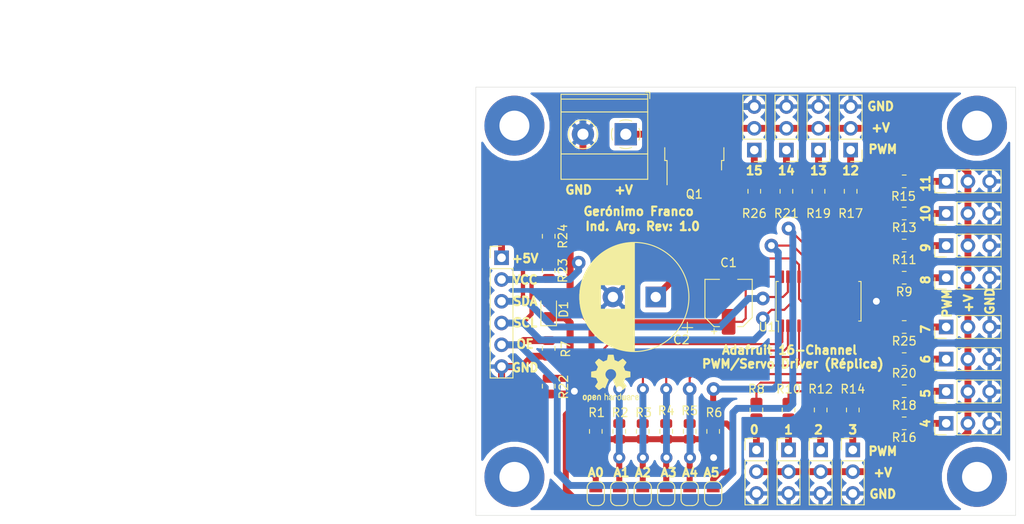
<source format=kicad_pcb>
(kicad_pcb (version 20171130) (host pcbnew "(5.1.8)-1")
  (title_block (title "Réplica de Controlador 16 Canales PWM/Servos con PCA9685") (date 2021-10-14) (rev 1.0) (company "Diseño de PCB - CESE - 14Cohorte") (comment 1 "Esta obra está bajo una Licencia Creative Commons Atribución 4.0 Internacional. 2021") (comment 2 "Revisor: Gerónimo Franco, Diego Brengi") (comment 3 "Autor: Gerónimo Franco Ezequiel"))
  (layers (0 F.Cu signal) (31 B.Cu signal) (34 B.Paste user hide) (35 F.Paste user hide) (36 B.SilkS user) (37 F.SilkS user) (38 B.Mask user) (39 F.Mask user) (44 Edge.Cuts user))
  (net 0 "")
  (net 1 VCC)
  (net 2 +5V)
  (net 3 "Net-(D1-Pad1)")
  (net 4 "Net-(J1-Pad1)")
  (net 5 "Net-(J2-Pad1)")
  (net 6 "Net-(J3-Pad1)")
  (net 7 "Net-(J4-Pad1)")
  (net 8 "Net-(J5-Pad1)")
  (net 9 "Net-(J6-Pad1)")
  (net 10 "Net-(J7-Pad1)")
  (net 11 "Net-(J8-Pad1)")
  (net 12 "Net-(J9-Pad1)")
  (net 13 "Net-(J10-Pad1)")
  (net 14 "Net-(J11-Pad1)")
  (net 15 "Net-(J12-Pad1)")
  (net 16 "Net-(J13-Pad1)")
  (net 17 "Net-(J14-Pad1)")
  (net 18 "Net-(J15-Pad1)")
  (net 19 "Net-(J16-Pad1)")
  (net 20 "Net-(J17-Pad1)")
  (net 21 /SDA)
  (net 22 /SCL)
  (net 23 /OE)
  (net 24 /A0)
  (net 25 /A1)
  (net 26 /A2)
  (net 27 /A3)
  (net 28 /A4)
  (net 29 /A5)
  (net 30 /PWM0)
  (net 31 /PWM8)
  (net 32 /PWM1)
  (net 33 /PWM9)
  (net 34 /PWM2)
  (net 35 /PWM10)
  (net 36 /PWM3)
  (net 37 /PWM11)
  (net 38 /PWM4)
  (net 39 /PWM12)
  (net 40 /PWM5)
  (net 41 /PWM13)
  (net 42 /PWM6)
  (net 43 /PWM14)
  (net 44 /PWM7)
  (net 45 /PWM15)
  (net 46 GND)
  (module Symbol:OSHW-Logo2_7.3x6mm_SilkScreen (layer F.Cu) (at 125.75 114)
    (fp_text reference REF** hide)
    (fp_text value OSHW-Logo2_7.3x6mm_SilkScreen hide)
  )
  (module Connector_PinHeader_2.54mm:PinHeader_1x03_P2.54mm_Vertical (layer F.Cu) (at 164.9 98.5 90)
    (fp_text reference J10 hide)
    (fp_text value Conn_01x03 hide)
    (pad 3 thru_hole oval (at 0 5.08 90) (size 1.7 1.7) (drill 1) (layers *.Cu *.Mask) (net 46 GND))
    (pad 2 thru_hole oval (at 0 2.54 90) (size 1.7 1.7) (drill 1) (layers *.Cu *.Mask) (net 2 +5V))
    (pad 1 thru_hole rect (at 0 0 90) (size 1.7 1.7) (drill 1) (layers *.Cu *.Mask) (net 13 "Net-(J10-Pad1)"))
  )
  (module MountingHole:MountingHole_3.5mm_Pad (layer F.Cu) (at 168.5 125.5)
    (fp_text reference H4 hide)
    (fp_text value MountingHole)
    (pad 4 thru_hole circle (at 0 0) (size 7 7) (drill 3.5) (layers *.Cu *.Mask))
  )
  (module MountingHole:MountingHole_3.5mm_Pad (layer F.Cu) (at 168.5 84.5)
    (fp_text reference H3 hide)
    (fp_text value MountingHole)
    (pad 2 thru_hole circle (at 0 0) (size 7 7) (drill 3.5) (layers *.Cu *.Mask))
  )
  (module MountingHole:MountingHole_3.5mm_Pad (layer F.Cu) (at 114.5 125.5)
    (fp_text reference H2 hide)
    (fp_text value MountingHole)
    (pad 3 thru_hole circle (at 0 0) (size 7 7) (drill 3.5) (layers *.Cu *.Mask))
  )
  (module MountingHole:MountingHole_3.5mm_Pad (layer F.Cu) (at 114.5 84.5)
    (fp_text reference H1 hide)
    (fp_text value MountingHole)
    (pad 1 thru_hole circle (at 0 0) (size 7 7) (drill 3.5) (layers *.Cu *.Mask))
  )
  (module Fiducial:Fiducial_1mm_Mask2mm (layer F.Cu) (at 163 126)
    (fp_text reference FID3 hide)
    (fp_text value Fiducial)
    (pad "" smd circle (at 0 0) (size 1 1) (layers F.Cu F.Mask) (clearance 0.5))
  )
  (module Fiducial:Fiducial_1mm_Mask2mm (layer F.Cu) (at 114.5 119.5)
    (fp_text reference FID2 hide)
    (fp_text value Fiducial)
    (pad "" smd circle (at 0 0) (size 1 1) (layers F.Cu F.Mask) (clearance 0.5))
  )
  (module Fiducial:Fiducial_1mm_Mask2mm (layer F.Cu) (at 114.5 91)
    (fp_text reference FID1 hide)
    (fp_text value Fiducial)
    (pad "" smd circle (at 0 0) (size 1 1) (layers F.Cu F.Mask) (clearance 0.5))
  )
  (module TerminalBlock_Phoenix:TerminalBlock_Phoenix_MKDS-1,5-2_1x02_P5.00mm_Horizontal (layer F.Cu) (at 127.5 85.5 180)
    (fp_text reference J17 hide)
    (fp_text value Screw_Terminal_01x02)
    (pad 2 thru_hole circle (at 5 0 180) (size 2.6 2.6) (drill 1.3) (layers *.Cu *.Mask) (net 46 GND))
    (pad 1 thru_hole rect (at 0 0 180) (size 2.6 2.6) (drill 1.3) (layers *.Cu *.Mask) (net 20 "Net-(J17-Pad1)"))
  )
  (module Capacitor_SMD:CP_Elec_5x5.4 (layer F.Cu) (at 139.5 105.2 90)
    (fp_text reference C1 (at 4.7 0 180) (layer F.SilkS))
    (fp_text value 10uF)
    (pad 1 smd roundrect (at -2.2 0 90) (size 3 1.6) (layers F.Cu F.Paste F.Mask) (roundrect_rratio 0.15625) (net 1 VCC))
    (pad 2 smd roundrect (at 2.2 0 90) (size 3 1.6) (layers F.Cu F.Paste F.Mask) (roundrect_rratio 0.15625) (net 46 GND))
  )
  (module Capacitor_THT:CP_Radial_D12.5mm_P5.00mm (layer F.Cu) (at 131 104.5 180)
    (fp_text reference C2 (at -3 -5) (layer F.SilkS))
    (fp_text value CP)
    (pad 1 thru_hole rect (at 0 0 180) (size 2.4 2.4) (drill 1.2) (layers *.Cu *.Mask) (net 2 +5V))
    (pad 2 thru_hole circle (at 5 0 180) (size 2.4 2.4) (drill 1.2) (layers *.Cu *.Mask) (net 46 GND))
  )
  (module LED_SMD:LED_0805_2012Metric_Castellated (layer F.Cu) (at 118.5 105.9625 90)
    (fp_text reference D1 (at 0 1.75 90) (layer F.SilkS))
    (fp_text value LED)
    (pad 1 smd roundrect (at -0.9625 0 90) (size 1.325 1.3) (layers F.Cu F.Paste F.Mask) (roundrect_rratio 0.192308) (net 3 "Net-(D1-Pad1)"))
    (pad 2 smd roundrect (at 0.9625 0 90) (size 1.325 1.3) (layers F.Cu F.Paste F.Mask) (roundrect_rratio 0.192) (net 1 VCC))
  )
  (module Connector_PinHeader_2.54mm:PinHeader_1x03_P2.54mm_Vertical (layer F.Cu) (at 142.75 122.35)
    (fp_text reference J1 hide)
    (fp_text value Conn_01x03 hide)
    (pad 1 thru_hole rect (at 0 0) (size 1.7 1.7) (drill 1) (layers *.Cu *.Mask) (net 4 "Net-(J1-Pad1)"))
    (pad 2 thru_hole oval (at 0 2.54) (size 1.7 1.7) (drill 1) (layers *.Cu *.Mask) (net 2 +5V))
    (pad 3 thru_hole oval (at 0 5.08) (size 1.7 1.7) (drill 1) (layers *.Cu *.Mask) (net 46 GND))
  )
  (module Connector_PinHeader_2.54mm:PinHeader_1x03_P2.54mm_Vertical (layer F.Cu) (at 146.5 122.35)
    (fp_text reference J2 hide)
    (fp_text value Conn_01x03 hide)
    (pad 1 thru_hole rect (at 0 0) (size 1.7 1.7) (drill 1) (layers *.Cu *.Mask) (net 5 "Net-(J2-Pad1)"))
    (pad 2 thru_hole oval (at 0 2.54) (size 1.7 1.7) (drill 1) (layers *.Cu *.Mask) (net 2 +5V))
    (pad 3 thru_hole oval (at 0 5.08) (size 1.7 1.7) (drill 1) (layers *.Cu *.Mask) (net 46 GND))
  )
  (module Connector_PinHeader_2.54mm:PinHeader_1x03_P2.54mm_Vertical (layer F.Cu) (at 150.25 122.35)
    (fp_text reference J3 hide)
    (fp_text value Conn_01x03 hide)
    (pad 1 thru_hole rect (at 0 0) (size 1.7 1.7) (drill 1) (layers *.Cu *.Mask) (net 6 "Net-(J3-Pad1)"))
    (pad 2 thru_hole oval (at 0 2.54) (size 1.7 1.7) (drill 1) (layers *.Cu *.Mask) (net 2 +5V))
    (pad 3 thru_hole oval (at 0 5.08) (size 1.7 1.7) (drill 1) (layers *.Cu *.Mask) (net 46 GND))
  )
  (module Connector_PinHeader_2.54mm:PinHeader_1x03_P2.54mm_Vertical (layer F.Cu) (at 154 122.35)
    (fp_text reference J4 hide)
    (fp_text value Conn_01x03 hide)
    (pad 1 thru_hole rect (at 0 0) (size 1.7 1.7) (drill 1) (layers *.Cu *.Mask) (net 7 "Net-(J4-Pad1)"))
    (pad 2 thru_hole oval (at 0 2.54) (size 1.7 1.7) (drill 1) (layers *.Cu *.Mask) (net 2 +5V))
    (pad 3 thru_hole oval (at 0 5.08) (size 1.7 1.7) (drill 1) (layers *.Cu *.Mask) (net 46 GND))
  )
  (module Connector_PinHeader_2.54mm:PinHeader_1x03_P2.54mm_Vertical (layer F.Cu) (at 164.9 119.25 90)
    (fp_text reference J5 hide)
    (fp_text value Conn_01x03 hide)
    (pad 1 thru_hole rect (at 0 0 90) (size 1.7 1.7) (drill 1) (layers *.Cu *.Mask) (net 8 "Net-(J5-Pad1)"))
    (pad 2 thru_hole oval (at 0 2.54 90) (size 1.7 1.7) (drill 1) (layers *.Cu *.Mask) (net 2 +5V))
    (pad 3 thru_hole oval (at 0 5.08 90) (size 1.7 1.7) (drill 1) (layers *.Cu *.Mask) (net 46 GND))
  )
  (module Connector_PinHeader_2.54mm:PinHeader_1x03_P2.54mm_Vertical (layer F.Cu) (at 164.9 115.533332 90)
    (fp_text reference J6 hide)
    (fp_text value Conn_01x03 hide)
    (pad 1 thru_hole rect (at 0 0 90) (size 1.7 1.7) (drill 1) (layers *.Cu *.Mask) (net 9 "Net-(J6-Pad1)"))
    (pad 2 thru_hole oval (at 0 2.54 90) (size 1.7 1.7) (drill 1) (layers *.Cu *.Mask) (net 2 +5V))
    (pad 3 thru_hole oval (at 0 5.08 90) (size 1.7 1.7) (drill 1) (layers *.Cu *.Mask) (net 46 GND))
  )
  (module Connector_PinHeader_2.54mm:PinHeader_1x03_P2.54mm_Vertical (layer F.Cu) (at 164.9 111.75 90)
    (fp_text reference J7 hide)
    (fp_text value Conn_01x03 hide)
    (pad 1 thru_hole rect (at 0 0 90) (size 1.7 1.7) (drill 1) (layers *.Cu *.Mask) (net 10 "Net-(J7-Pad1)"))
    (pad 2 thru_hole oval (at 0 2.54 90) (size 1.7 1.7) (drill 1) (layers *.Cu *.Mask) (net 2 +5V))
    (pad 3 thru_hole oval (at 0 5.08 90) (size 1.7 1.7) (drill 1) (layers *.Cu *.Mask) (net 46 GND))
  )
  (module Connector_PinHeader_2.54mm:PinHeader_1x03_P2.54mm_Vertical (layer F.Cu) (at 164.9 108 90)
    (fp_text reference J8 hide)
    (fp_text value Conn_01x03 hide)
    (pad 3 thru_hole oval (at 0 5.08 90) (size 1.7 1.7) (drill 1) (layers *.Cu *.Mask) (net 46 GND))
    (pad 2 thru_hole oval (at 0 2.54 90) (size 1.7 1.7) (drill 1) (layers *.Cu *.Mask) (net 2 +5V))
    (pad 1 thru_hole rect (at 0 0 90) (size 1.7 1.7) (drill 1) (layers *.Cu *.Mask) (net 11 "Net-(J8-Pad1)"))
  )
  (module Connector_PinHeader_2.54mm:PinHeader_1x03_P2.54mm_Vertical (layer F.Cu) (at 164.9 102.25 90)
    (fp_text reference J9 hide)
    (fp_text value Conn_01x03 hide)
    (pad 3 thru_hole oval (at 0 5.08 90) (size 1.7 1.7) (drill 1) (layers *.Cu *.Mask) (net 46 GND))
    (pad 2 thru_hole oval (at 0 2.54 90) (size 1.7 1.7) (drill 1) (layers *.Cu *.Mask) (net 2 +5V))
    (pad 1 thru_hole rect (at 0 0 90) (size 1.7 1.7) (drill 1) (layers *.Cu *.Mask) (net 12 "Net-(J9-Pad1)"))
  )
  (module Connector_PinHeader_2.54mm:PinHeader_1x03_P2.54mm_Vertical (layer F.Cu) (at 164.9 94.75 90)
    (fp_text reference J11 hide)
    (fp_text value Conn_01x03 hide)
    (pad 3 thru_hole oval (at 0 5.08 90) (size 1.7 1.7) (drill 1) (layers *.Cu *.Mask) (net 46 GND))
    (pad 2 thru_hole oval (at 0 2.54 90) (size 1.7 1.7) (drill 1) (layers *.Cu *.Mask) (net 2 +5V))
    (pad 1 thru_hole rect (at 0 0 90) (size 1.7 1.7) (drill 1) (layers *.Cu *.Mask) (net 14 "Net-(J11-Pad1)"))
  )
  (module Connector_PinHeader_2.54mm:PinHeader_1x03_P2.54mm_Vertical (layer F.Cu) (at 164.9 91 90)
    (fp_text reference J12 hide)
    (fp_text value Conn_01x03 hide)
    (pad 3 thru_hole oval (at 0 5.08 90) (size 1.7 1.7) (drill 1) (layers *.Cu *.Mask) (net 46 GND))
    (pad 2 thru_hole oval (at 0 2.54 90) (size 1.7 1.7) (drill 1) (layers *.Cu *.Mask) (net 2 +5V))
    (pad 1 thru_hole rect (at 0 0 90) (size 1.7 1.7) (drill 1) (layers *.Cu *.Mask) (net 15 "Net-(J12-Pad1)"))
  )
  (module Connector_PinHeader_2.54mm:PinHeader_1x03_P2.54mm_Vertical (layer F.Cu) (at 153.75 87.35 180)
    (fp_text reference J13 hide)
    (fp_text value Conn_01x03 hide)
    (pad 3 thru_hole oval (at 0 5.08 180) (size 1.7 1.7) (drill 1) (layers *.Cu *.Mask) (net 46 GND))
    (pad 2 thru_hole oval (at 0 2.54 180) (size 1.7 1.7) (drill 1) (layers *.Cu *.Mask) (net 2 +5V))
    (pad 1 thru_hole rect (at 0 0 180) (size 1.7 1.7) (drill 1) (layers *.Cu *.Mask) (net 16 "Net-(J13-Pad1)"))
  )
  (module Connector_PinHeader_2.54mm:PinHeader_1x03_P2.54mm_Vertical (layer F.Cu) (at 150 87.35 180)
    (fp_text reference J14 hide)
    (fp_text value Conn_01x03 hide)
    (pad 3 thru_hole oval (at 0 5.08 180) (size 1.7 1.7) (drill 1) (layers *.Cu *.Mask) (net 46 GND))
    (pad 2 thru_hole oval (at 0 2.54 180) (size 1.7 1.7) (drill 1) (layers *.Cu *.Mask) (net 2 +5V))
    (pad 1 thru_hole rect (at 0 0 180) (size 1.7 1.7) (drill 1) (layers *.Cu *.Mask) (net 17 "Net-(J14-Pad1)"))
  )
  (module Connector_PinHeader_2.54mm:PinHeader_1x03_P2.54mm_Vertical (layer F.Cu) (at 146.25 87.35 180)
    (fp_text reference J15 hide)
    (fp_text value Conn_01x03 hide)
    (pad 1 thru_hole rect (at 0 0 180) (size 1.7 1.7) (drill 1) (layers *.Cu *.Mask) (net 18 "Net-(J15-Pad1)"))
    (pad 2 thru_hole oval (at 0 2.54 180) (size 1.7 1.7) (drill 1) (layers *.Cu *.Mask) (net 2 +5V))
    (pad 3 thru_hole oval (at 0 5.08 180) (size 1.7 1.7) (drill 1) (layers *.Cu *.Mask) (net 46 GND))
  )
  (module Connector_PinHeader_2.54mm:PinHeader_1x03_P2.54mm_Vertical (layer F.Cu) (at 142.5 87.35 180)
    (fp_text reference J16 hide)
    (fp_text value Conn_01x03 hide)
    (pad 3 thru_hole oval (at 0 5.08 180) (size 1.7 1.7) (drill 1) (layers *.Cu *.Mask) (net 46 GND))
    (pad 2 thru_hole oval (at 0 2.54 180) (size 1.7 1.7) (drill 1) (layers *.Cu *.Mask) (net 2 +5V))
    (pad 1 thru_hole rect (at 0 0 180) (size 1.7 1.7) (drill 1) (layers *.Cu *.Mask) (net 19 "Net-(J16-Pad1)"))
  )
  (module Connector_PinHeader_2.54mm:PinHeader_1x06_P2.54mm_Vertical (layer F.Cu) (at 113 99.92)
    (fp_text reference J18 hide)
    (fp_text value Conn_01x06 hide)
    (pad 1 thru_hole rect (at 0 0) (size 1.7 1.7) (drill 1) (layers *.Cu *.Mask) (net 2 +5V))
    (pad 2 thru_hole oval (at 0 2.54) (size 1.7 1.7) (drill 1) (layers *.Cu *.Mask) (net 1 VCC))
    (pad 3 thru_hole oval (at 0 5.08) (size 1.7 1.7) (drill 1) (layers *.Cu *.Mask) (net 21 /SDA))
    (pad 4 thru_hole oval (at 0 7.62) (size 1.7 1.7) (drill 1) (layers *.Cu *.Mask) (net 22 /SCL))
    (pad 5 thru_hole oval (at 0 10.16) (size 1.7 1.7) (drill 1) (layers *.Cu *.Mask) (net 23 /OE))
    (pad 6 thru_hole oval (at 0 12.7) (size 1.7 1.7) (drill 1) (layers *.Cu *.Mask) (net 46 GND))
  )
  (module Jumper:SolderJumper-2_P1.3mm_Open_RoundedPad1.0x1.5mm (layer F.Cu) (at 124 127.45 90)
    (fp_text reference JP1 hide)
    (fp_text value Jumper hide)
    (pad 2 smd custom (at 0.65 0 90) (size 1 0.5) (layers F.Cu F.Mask) (net 24 /A0) (options (clearance outline) (anchor rect)) (primitives (gr_circle (center 0 0.25) (end 0.5 0.25) (width 0)) (gr_circle (center 0 -0.25) (end 0.5 -0.25) (width 0)) (gr_poly (pts (xy 0 -0.75) (xy -0.5 -0.75) (xy -0.5 0.75) (xy 0 0.75)) (width 0))))
    (pad 1 smd custom (at -0.65 0 90) (size 1 0.5) (layers F.Cu F.Mask) (net 1 VCC) (options (clearance outline) (anchor rect)) (primitives (gr_circle (center 0 0.25) (end 0.5 0.25) (width 0)) (gr_circle (center 0 -0.25) (end 0.5 -0.25) (width 0)) (gr_poly (pts (xy 0 -0.75) (xy 0.5 -0.75) (xy 0.5 0.75) (xy 0 0.75)) (width 0))))
  )
  (module Jumper:SolderJumper-2_P1.3mm_Open_RoundedPad1.0x1.5mm (layer F.Cu) (at 126.74 127.45 90)
    (fp_text reference JP2 hide)
    (fp_text value Jumper hide)
    (pad 1 smd custom (at -0.65 0 90) (size 1 0.5) (layers F.Cu F.Mask) (net 1 VCC) (options (clearance outline) (anchor rect)) (primitives (gr_circle (center 0 0.25) (end 0.5 0.25) (width 0)) (gr_circle (center 0 -0.25) (end 0.5 -0.25) (width 0)) (gr_poly (pts (xy 0 -0.75) (xy 0.5 -0.75) (xy 0.5 0.75) (xy 0 0.75)) (width 0))))
    (pad 2 smd custom (at 0.65 0 90) (size 1 0.5) (layers F.Cu F.Mask) (net 25 /A1) (options (clearance outline) (anchor rect)) (primitives (gr_circle (center 0 0.25) (end 0.5 0.25) (width 0)) (gr_circle (center 0 -0.25) (end 0.5 -0.25) (width 0)) (gr_poly (pts (xy 0 -0.75) (xy -0.5 -0.75) (xy -0.5 0.75) (xy 0 0.75)) (width 0))))
  )
  (module Jumper:SolderJumper-2_P1.3mm_Open_RoundedPad1.0x1.5mm (layer F.Cu) (at 129.48 127.45 90)
    (fp_text reference JP3 hide)
    (fp_text value Jumper hide)
    (pad 2 smd custom (at 0.65 0 90) (size 1 0.5) (layers F.Cu F.Mask) (net 26 /A2) (options (clearance outline) (anchor rect)) (primitives (gr_circle (center 0 0.25) (end 0.5 0.25) (width 0)) (gr_circle (center 0 -0.25) (end 0.5 -0.25) (width 0)) (gr_poly (pts (xy 0 -0.75) (xy -0.5 -0.75) (xy -0.5 0.75) (xy 0 0.75)) (width 0))))
    (pad 1 smd custom (at -0.65 0 90) (size 1 0.5) (layers F.Cu F.Mask) (net 1 VCC) (options (clearance outline) (anchor rect)) (primitives (gr_circle (center 0 0.25) (end 0.5 0.25) (width 0)) (gr_circle (center 0 -0.25) (end 0.5 -0.25) (width 0)) (gr_poly (pts (xy 0 -0.75) (xy 0.5 -0.75) (xy 0.5 0.75) (xy 0 0.75)) (width 0))))
  )
  (module Jumper:SolderJumper-2_P1.3mm_Open_RoundedPad1.0x1.5mm (layer F.Cu) (at 132.22 127.45 90)
    (fp_text reference JP4 hide)
    (fp_text value Jumper hide)
    (pad 1 smd custom (at -0.65 0 90) (size 1 0.5) (layers F.Cu F.Mask) (net 1 VCC) (options (clearance outline) (anchor rect)) (primitives (gr_circle (center 0 0.25) (end 0.5 0.25) (width 0)) (gr_circle (center 0 -0.25) (end 0.5 -0.25) (width 0)) (gr_poly (pts (xy 0 -0.75) (xy 0.5 -0.75) (xy 0.5 0.75) (xy 0 0.75)) (width 0))))
    (pad 2 smd custom (at 0.65 0 90) (size 1 0.5) (layers F.Cu F.Mask) (net 27 /A3) (options (clearance outline) (anchor rect)) (primitives (gr_circle (center 0 0.25) (end 0.5 0.25) (width 0)) (gr_circle (center 0 -0.25) (end 0.5 -0.25) (width 0)) (gr_poly (pts (xy 0 -0.75) (xy -0.5 -0.75) (xy -0.5 0.75) (xy 0 0.75)) (width 0))))
  )
  (module Jumper:SolderJumper-2_P1.3mm_Open_RoundedPad1.0x1.5mm (layer F.Cu) (at 134.96 127.45 90)
    (fp_text reference JP5 hide)
    (fp_text value Jumper hide)
    (pad 1 smd custom (at -0.65 0 90) (size 1 0.5) (layers F.Cu F.Mask) (net 1 VCC) (options (clearance outline) (anchor rect)) (primitives (gr_circle (center 0 0.25) (end 0.5 0.25) (width 0)) (gr_circle (center 0 -0.25) (end 0.5 -0.25) (width 0)) (gr_poly (pts (xy 0 -0.75) (xy 0.5 -0.75) (xy 0.5 0.75) (xy 0 0.75)) (width 0))))
    (pad 2 smd custom (at 0.65 0 90) (size 1 0.5) (layers F.Cu F.Mask) (net 28 /A4) (options (clearance outline) (anchor rect)) (primitives (gr_circle (center 0 0.25) (end 0.5 0.25) (width 0)) (gr_circle (center 0 -0.25) (end 0.5 -0.25) (width 0)) (gr_poly (pts (xy 0 -0.75) (xy -0.5 -0.75) (xy -0.5 0.75) (xy 0 0.75)) (width 0))))
  )
  (module Jumper:SolderJumper-2_P1.3mm_Open_RoundedPad1.0x1.5mm (layer F.Cu) (at 137.7 127.45 90)
    (fp_text reference JP6 hide)
    (fp_text value Jumper hide)
    (pad 2 smd custom (at 0.65 0 90) (size 1 0.5) (layers F.Cu F.Mask) (net 29 /A5) (options (clearance outline) (anchor rect)) (primitives (gr_circle (center 0 0.25) (end 0.5 0.25) (width 0)) (gr_circle (center 0 -0.25) (end 0.5 -0.25) (width 0)) (gr_poly (pts (xy 0 -0.75) (xy -0.5 -0.75) (xy -0.5 0.75) (xy 0 0.75)) (width 0))))
    (pad 1 smd custom (at -0.65 0 90) (size 1 0.5) (layers F.Cu F.Mask) (net 1 VCC) (options (clearance outline) (anchor rect)) (primitives (gr_circle (center 0 0.25) (end 0.5 0.25) (width 0)) (gr_circle (center 0 -0.25) (end 0.5 -0.25) (width 0)) (gr_poly (pts (xy 0 -0.75) (xy 0.5 -0.75) (xy 0.5 0.75) (xy 0 0.75)) (width 0))))
  )
  (module Package_TO_SOT_SMD:TO-252-2 (layer F.Cu) (at 135.5 86.1 90)
    (fp_text reference Q1 (at -6.4 0 180) (layer F.SilkS))
    (fp_text value SUD50P08-25L)
    (pad 1 smd rect (at -4.2 -2.28 90) (size 2.2 1.2) (layers F.Cu F.Paste F.Mask) (net 46 GND))
    (pad 3 smd rect (at -4.2 2.28 90) (size 2.2 1.2) (layers F.Cu F.Paste F.Mask) (net 2 +5V))
    (pad 2 smd rect (at 2.1 0 90) (size 6.4 5.8) (layers F.Cu F.Mask) (net 20 "Net-(J17-Pad1)"))
  )
  (module Resistor_SMD:R_0805_2012Metric (layer F.Cu) (at 124 120.1875 270)
    (fp_text reference R1 (at -2.1875 -0.1 180) (layer F.SilkS))
    (fp_text value 10K hide)
    (pad 1 smd roundrect (at -0.9125 0 270) (size 1.025 1.4) (layers F.Cu F.Paste F.Mask) (roundrect_rratio 0.243902) (net 24 /A0))
    (pad 2 smd roundrect (at 0.9125 0 270) (size 1.025 1.4) (layers F.Cu F.Paste F.Mask) (roundrect_rratio 0.243902) (net 46 GND))
  )
  (module Resistor_SMD:R_0805_2012Metric (layer F.Cu) (at 126.74 120.1875 270)
    (fp_text reference R2 (at -2.1875 -0.1 180) (layer F.SilkS))
    (fp_text value 10K hide)
    (pad 1 smd roundrect (at -0.9125 0 270) (size 1.025 1.4) (layers F.Cu F.Paste F.Mask) (roundrect_rratio 0.243902) (net 25 /A1))
    (pad 2 smd roundrect (at 0.9125 0 270) (size 1.025 1.4) (layers F.Cu F.Paste F.Mask) (roundrect_rratio 0.243902) (net 46 GND))
  )
  (module Resistor_SMD:R_0805_2012Metric (layer F.Cu) (at 129.48 120.1875 270)
    (fp_text reference R3 (at -2.1875 -0.1 180) (layer F.SilkS))
    (fp_text value 10K hide)
    (pad 2 smd roundrect (at 0.9125 0 270) (size 1.025 1.4) (layers F.Cu F.Paste F.Mask) (roundrect_rratio 0.243902) (net 46 GND))
    (pad 1 smd roundrect (at -0.9125 0 270) (size 1.025 1.4) (layers F.Cu F.Paste F.Mask) (roundrect_rratio 0.243902) (net 26 /A2))
  )
  (module Resistor_SMD:R_0805_2012Metric (layer F.Cu) (at 132.22 120.1875 270)
    (fp_text reference R4 (at -2.4125 0) (layer F.SilkS))
    (fp_text value 10K hide)
    (pad 1 smd roundrect (at -0.9125 0 270) (size 1.025 1.4) (layers F.Cu F.Paste F.Mask) (roundrect_rratio 0.243902) (net 27 /A3))
    (pad 2 smd roundrect (at 0.9125 0 270) (size 1.025 1.4) (layers F.Cu F.Paste F.Mask) (roundrect_rratio 0.243902) (net 46 GND))
  )
  (module Resistor_SMD:R_0805_2012Metric (layer F.Cu) (at 134.96 120.1875 270)
    (fp_text reference R5 (at -2.4125 0 180) (layer F.SilkS))
    (fp_text value 10K hide)
    (pad 2 smd roundrect (at 0.9125 0 270) (size 1.025 1.4) (layers F.Cu F.Paste F.Mask) (roundrect_rratio 0.243902) (net 46 GND))
    (pad 1 smd roundrect (at -0.9125 0 270) (size 1.025 1.4) (layers F.Cu F.Paste F.Mask) (roundrect_rratio 0.243902) (net 28 /A4))
  )
  (module Resistor_SMD:R_0805_2012Metric (layer F.Cu) (at 137.7 120.1875 270)
    (fp_text reference R6 (at -2.1875 -0.1) (layer F.SilkS))
    (fp_text value 10K hide)
    (pad 1 smd roundrect (at -0.9125 0 270) (size 1.025 1.4) (layers F.Cu F.Paste F.Mask) (roundrect_rratio 0.243902) (net 29 /A5))
    (pad 2 smd roundrect (at 0.9125 0 270) (size 1.025 1.4) (layers F.Cu F.Paste F.Mask) (roundrect_rratio 0.243902) (net 46 GND))
  )
  (module Resistor_SMD:R_0805_2012Metric (layer F.Cu) (at 118.5 110.5 270)
    (fp_text reference R7 (at 0.0875 -2 270) (layer F.SilkS))
    (fp_text value 10K)
    (pad 2 smd roundrect (at 0.9125 0 270) (size 1.025 1.4) (layers F.Cu F.Paste F.Mask) (roundrect_rratio 0.243902) (net 46 GND))
    (pad 1 smd roundrect (at -0.9125 0 270) (size 1.025 1.4) (layers F.Cu F.Paste F.Mask) (roundrect_rratio 0.243902) (net 23 /OE))
  )
  (module Resistor_SMD:R_0805_2012Metric (layer F.Cu) (at 142.75 117.6875 90)
    (fp_text reference R8 (at 2.4375 0 180) (layer F.SilkS))
    (fp_text value 220 hide)
    (pad 2 smd roundrect (at 0.9125 0 90) (size 1.025 1.4) (layers F.Cu F.Paste F.Mask) (roundrect_rratio 0.243902) (net 30 /PWM0))
    (pad 1 smd roundrect (at -0.9125 0 90) (size 1.025 1.4) (layers F.Cu F.Paste F.Mask) (roundrect_rratio 0.243902) (net 4 "Net-(J1-Pad1)"))
  )
  (module Resistor_SMD:R_0805_2012Metric (layer F.Cu) (at 160 102.25 180)
    (fp_text reference R9 (at 0 -1.65) (layer F.SilkS))
    (fp_text value 220)
    (pad 1 smd roundrect (at -0.9125 0 180) (size 1.025 1.4) (layers F.Cu F.Paste F.Mask) (roundrect_rratio 0.243902) (net 12 "Net-(J9-Pad1)"))
    (pad 2 smd roundrect (at 0.9125 0 180) (size 1.025 1.4) (layers F.Cu F.Paste F.Mask) (roundrect_rratio 0.243902) (net 31 /PWM8))
  )
  (module Resistor_SMD:R_0805_2012Metric (layer F.Cu) (at 146.5 117.6875 90)
    (fp_text reference R10 (at 2.4375 0 180) (layer F.SilkS))
    (fp_text value 220 hide)
    (pad 2 smd roundrect (at 0.9125 0 90) (size 1.025 1.4) (layers F.Cu F.Paste F.Mask) (roundrect_rratio 0.243902) (net 32 /PWM1))
    (pad 1 smd roundrect (at -0.9125 0 90) (size 1.025 1.4) (layers F.Cu F.Paste F.Mask) (roundrect_rratio 0.243902) (net 5 "Net-(J2-Pad1)"))
  )
  (module Resistor_SMD:R_0805_2012Metric (layer F.Cu) (at 160 98.5 180)
    (fp_text reference R11 (at 0 -1.65) (layer F.SilkS))
    (fp_text value 220)
    (pad 1 smd roundrect (at -0.9125 0 180) (size 1.025 1.4) (layers F.Cu F.Paste F.Mask) (roundrect_rratio 0.243902) (net 13 "Net-(J10-Pad1)"))
    (pad 2 smd roundrect (at 0.9125 0 180) (size 1.025 1.4) (layers F.Cu F.Paste F.Mask) (roundrect_rratio 0.243902) (net 33 /PWM9))
  )
  (module Resistor_SMD:R_0805_2012Metric (layer F.Cu) (at 150.25 117.6875 90)
    (fp_text reference R12 (at 2.4375 0 180) (layer F.SilkS))
    (fp_text value 220)
    (pad 2 smd roundrect (at 0.9125 0 90) (size 1.025 1.4) (layers F.Cu F.Paste F.Mask) (roundrect_rratio 0.243902) (net 34 /PWM2))
    (pad 1 smd roundrect (at -0.9125 0 90) (size 1.025 1.4) (layers F.Cu F.Paste F.Mask) (roundrect_rratio 0.243902) (net 6 "Net-(J3-Pad1)"))
  )
  (module Resistor_SMD:R_0805_2012Metric (layer F.Cu) (at 160 94.75 180)
    (fp_text reference R13 (at 0 -1.65) (layer F.SilkS))
    (fp_text value 220)
    (pad 1 smd roundrect (at -0.9125 0 180) (size 1.025 1.4) (layers F.Cu F.Paste F.Mask) (roundrect_rratio 0.243902) (net 14 "Net-(J11-Pad1)"))
    (pad 2 smd roundrect (at 0.9125 0 180) (size 1.025 1.4) (layers F.Cu F.Paste F.Mask) (roundrect_rratio 0.243902) (net 35 /PWM10))
  )
  (module Resistor_SMD:R_0805_2012Metric (layer F.Cu) (at 154 117.6875 90)
    (fp_text reference R14 (at 2.4375 0 180) (layer F.SilkS))
    (fp_text value 220)
    (pad 2 smd roundrect (at 0.9125 0 90) (size 1.025 1.4) (layers F.Cu F.Paste F.Mask) (roundrect_rratio 0.243902) (net 36 /PWM3))
    (pad 1 smd roundrect (at -0.9125 0 90) (size 1.025 1.4) (layers F.Cu F.Paste F.Mask) (roundrect_rratio 0.243902) (net 7 "Net-(J4-Pad1)"))
  )
  (module Resistor_SMD:R_0805_2012Metric (layer F.Cu) (at 160 91 180)
    (fp_text reference R15 (at 0.0875 -1.75) (layer F.SilkS))
    (fp_text value 220)
    (pad 1 smd roundrect (at -0.9125 0 180) (size 1.025 1.4) (layers F.Cu F.Paste F.Mask) (roundrect_rratio 0.243902) (net 15 "Net-(J12-Pad1)"))
    (pad 2 smd roundrect (at 0.9125 0 180) (size 1.025 1.4) (layers F.Cu F.Paste F.Mask) (roundrect_rratio 0.243902) (net 37 /PWM11))
  )
  (module Resistor_SMD:R_0805_2012Metric (layer F.Cu) (at 160 119.25 180)
    (fp_text reference R16 (at 0 -1.65) (layer F.SilkS))
    (fp_text value 220)
    (pad 2 smd roundrect (at 0.9125 0 180) (size 1.025 1.4) (layers F.Cu F.Paste F.Mask) (roundrect_rratio 0.243902) (net 38 /PWM4))
    (pad 1 smd roundrect (at -0.9125 0 180) (size 1.025 1.4) (layers F.Cu F.Paste F.Mask) (roundrect_rratio 0.243902) (net 8 "Net-(J5-Pad1)"))
  )
  (module Resistor_SMD:R_0805_2012Metric (layer F.Cu) (at 153.75 92.1625 270)
    (fp_text reference R17 (at 2.5875 0 180) (layer F.SilkS))
    (fp_text value 220)
    (pad 1 smd roundrect (at -0.9125 0 270) (size 1.025 1.4) (layers F.Cu F.Paste F.Mask) (roundrect_rratio 0.243902) (net 16 "Net-(J13-Pad1)"))
    (pad 2 smd roundrect (at 0.9125 0 270) (size 1.025 1.4) (layers F.Cu F.Paste F.Mask) (roundrect_rratio 0.243902) (net 39 /PWM12))
  )
  (module Resistor_SMD:R_0805_2012Metric (layer F.Cu) (at 160 115.5 180)
    (fp_text reference R18 (at 0 -1.65) (layer F.SilkS))
    (fp_text value 220)
    (pad 2 smd roundrect (at 0.9125 0 180) (size 1.025 1.4) (layers F.Cu F.Paste F.Mask) (roundrect_rratio 0.243902) (net 40 /PWM5))
    (pad 1 smd roundrect (at -0.9125 0 180) (size 1.025 1.4) (layers F.Cu F.Paste F.Mask) (roundrect_rratio 0.243902) (net 9 "Net-(J6-Pad1)"))
  )
  (module Resistor_SMD:R_0805_2012Metric (layer F.Cu) (at 150 92.1625 270)
    (fp_text reference R19 (at 2.5875 0 180) (layer F.SilkS))
    (fp_text value 220)
    (pad 1 smd roundrect (at -0.9125 0 270) (size 1.025 1.4) (layers F.Cu F.Paste F.Mask) (roundrect_rratio 0.243902) (net 17 "Net-(J14-Pad1)"))
    (pad 2 smd roundrect (at 0.9125 0 270) (size 1.025 1.4) (layers F.Cu F.Paste F.Mask) (roundrect_rratio 0.243902) (net 41 /PWM13))
  )
  (module Resistor_SMD:R_0805_2012Metric (layer F.Cu) (at 160 111.75 180)
    (fp_text reference R20 (at 0 -1.65) (layer F.SilkS))
    (fp_text value 220)
    (pad 2 smd roundrect (at 0.9125 0 180) (size 1.025 1.4) (layers F.Cu F.Paste F.Mask) (roundrect_rratio 0.243902) (net 42 /PWM6))
    (pad 1 smd roundrect (at -0.9125 0 180) (size 1.025 1.4) (layers F.Cu F.Paste F.Mask) (roundrect_rratio 0.243902) (net 10 "Net-(J7-Pad1)"))
  )
  (module Resistor_SMD:R_0805_2012Metric (layer F.Cu) (at 146.25 92.1625 270)
    (fp_text reference R21 (at 2.5875 0 180) (layer F.SilkS))
    (fp_text value 220)
    (pad 1 smd roundrect (at -0.9125 0 270) (size 1.025 1.4) (layers F.Cu F.Paste F.Mask) (roundrect_rratio 0.243902) (net 18 "Net-(J15-Pad1)"))
    (pad 2 smd roundrect (at 0.9125 0 270) (size 1.025 1.4) (layers F.Cu F.Paste F.Mask) (roundrect_rratio 0.243902) (net 43 /PWM14))
  )
  (module Resistor_SMD:R_0805_2012Metric (layer F.Cu) (at 118.5 114.9125 90)
    (fp_text reference R22 (at -0.0875 1.75 90) (layer F.SilkS))
    (fp_text value 470)
    (pad 2 smd roundrect (at 0.9125 0 90) (size 1.025 1.4) (layers F.Cu F.Paste F.Mask) (roundrect_rratio 0.243902) (net 3 "Net-(D1-Pad1)"))
    (pad 1 smd roundrect (at -0.9125 0 90) (size 1.025 1.4) (layers F.Cu F.Paste F.Mask) (roundrect_rratio 0.243902) (net 46 GND))
  )
  (module Resistor_SMD:R_0805_2012Metric (layer F.Cu) (at 118.5 101.4125 270)
    (fp_text reference R23 (at 0 -1.65 90) (layer F.SilkS))
    (fp_text value 10K)
    (pad 1 smd roundrect (at -0.9125 0 270) (size 1.025 1.4) (layers F.Cu F.Paste F.Mask) (roundrect_rratio 0.243902) (net 1 VCC))
    (pad 2 smd roundrect (at 0.9125 0 270) (size 1.025 1.4) (layers F.Cu F.Paste F.Mask) (roundrect_rratio 0.243902) (net 22 /SCL))
  )
  (module Resistor_SMD:R_0805_2012Metric (layer F.Cu) (at 118.5 97.4125 270)
    (fp_text reference R24 (at 0 -1.65 90) (layer F.SilkS))
    (fp_text value 10K)
    (pad 2 smd roundrect (at 0.9125 0 270) (size 1.025 1.4) (layers F.Cu F.Paste F.Mask) (roundrect_rratio 0.243902) (net 21 /SDA))
    (pad 1 smd roundrect (at -0.9125 0 270) (size 1.025 1.4) (layers F.Cu F.Paste F.Mask) (roundrect_rratio 0.243902) (net 1 VCC))
  )
  (module Resistor_SMD:R_0805_2012Metric (layer F.Cu) (at 160 108 180)
    (fp_text reference R25 (at 0 -1.65) (layer F.SilkS))
    (fp_text value 220)
    (pad 2 smd roundrect (at 0.9125 0 180) (size 1.025 1.4) (layers F.Cu F.Paste F.Mask) (roundrect_rratio 0.243902) (net 44 /PWM7))
    (pad 1 smd roundrect (at -0.9125 0 180) (size 1.025 1.4) (layers F.Cu F.Paste F.Mask) (roundrect_rratio 0.243902) (net 11 "Net-(J8-Pad1)"))
  )
  (module Resistor_SMD:R_0805_2012Metric (layer F.Cu) (at 142.5 92.1625 270)
    (fp_text reference R26 (at 2.5875 0 180) (layer F.SilkS))
    (fp_text value 220)
    (pad 1 smd roundrect (at -0.9125 0 270) (size 1.025 1.4) (layers F.Cu F.Paste F.Mask) (roundrect_rratio 0.243902) (net 19 "Net-(J16-Pad1)"))
    (pad 2 smd roundrect (at 0.9125 0 270) (size 1.025 1.4) (layers F.Cu F.Paste F.Mask) (roundrect_rratio 0.243902) (net 45 /PWM15))
  )
  (module Package_SO:TSSOP-28_4.4x9.7mm_P0.65mm (layer F.Cu) (at 150 105 90)
    (fp_text reference U1 (at -3 -6 180) (layer F.SilkS))
    (fp_text value PCA9685PW hide)
    (pad 1 smd roundrect (at -2.8625 -4.225 90) (size 1.475 0.4) (layers F.Cu F.Paste F.Mask) (net 24 /A0))
    (pad 2 smd roundrect (at -2.8625 -3.575 90) (size 1.475 0.4) (layers F.Cu F.Paste F.Mask) (net 25 /A1))
    (pad 3 smd roundrect (at -2.8625 -2.925 90) (size 1.475 0.4) (layers F.Cu F.Paste F.Mask) (net 26 /A2))
    (pad 4 smd roundrect (at -2.8625 -2.275 90) (size 1.475 0.4) (layers F.Cu F.Paste F.Mask) (net 27 /A3))
    (pad 5 smd roundrect (at -2.8625 -1.625 90) (size 1.475 0.4) (layers F.Cu F.Paste F.Mask) (net 28 /A4))
    (pad 6 smd roundrect (at -2.8625 -0.975 90) (size 1.475 0.4) (layers F.Cu F.Paste F.Mask) (net 30 /PWM0))
    (pad 7 smd roundrect (at -2.8625 -0.325 90) (size 1.475 0.4) (layers F.Cu F.Paste F.Mask) (net 32 /PWM1))
    (pad 8 smd roundrect (at -2.8625 0.325 90) (size 1.475 0.4) (layers F.Cu F.Paste F.Mask) (net 34 /PWM2))
    (pad 9 smd roundrect (at -2.8625 0.975 90) (size 1.475 0.4) (layers F.Cu F.Paste F.Mask) (net 36 /PWM3))
    (pad 10 smd roundrect (at -2.8625 1.625 90) (size 1.475 0.4) (layers F.Cu F.Paste F.Mask) (net 38 /PWM4))
    (pad 11 smd roundrect (at -2.8625 2.275 90) (size 1.475 0.4) (layers F.Cu F.Paste F.Mask) (net 40 /PWM5))
    (pad 12 smd roundrect (at -2.8625 2.925 90) (size 1.475 0.4) (layers F.Cu F.Paste F.Mask) (net 42 /PWM6))
    (pad 13 smd roundrect (at -2.8625 3.575 90) (size 1.475 0.4) (layers F.Cu F.Paste F.Mask) (net 44 /PWM7))
    (pad 14 smd roundrect (at -2.8625 4.225 90) (size 1.475 0.4) (layers F.Cu F.Paste F.Mask) (net 46 GND))
    (pad 15 smd roundrect (at 2.8625 4.225 90) (size 1.475 0.4) (layers F.Cu F.Paste F.Mask) (net 31 /PWM8))
    (pad 16 smd roundrect (at 2.8625 3.575 90) (size 1.475 0.4) (layers F.Cu F.Paste F.Mask) (net 33 /PWM9))
    (pad 17 smd roundrect (at 2.8625 2.925 90) (size 1.475 0.4) (layers F.Cu F.Paste F.Mask) (net 35 /PWM10))
    (pad 18 smd roundrect (at 2.8625 2.275 90) (size 1.475 0.4) (layers F.Cu F.Paste F.Mask) (net 37 /PWM11))
    (pad 19 smd roundrect (at 2.8625 1.625 90) (size 1.475 0.4) (layers F.Cu F.Paste F.Mask) (net 39 /PWM12))
    (pad 20 smd roundrect (at 2.8625 0.975 90) (size 1.475 0.4) (layers F.Cu F.Paste F.Mask) (net 41 /PWM13))
    (pad 21 smd roundrect (at 2.8625 0.325 90) (size 1.475 0.4) (layers F.Cu F.Paste F.Mask) (net 43 /PWM14))
    (pad 22 smd roundrect (at 2.8625 -0.325 90) (size 1.475 0.4) (layers F.Cu F.Paste F.Mask) (net 45 /PWM15))
    (pad 23 smd roundrect (at 2.8625 -0.975 90) (size 1.475 0.4) (layers F.Cu F.Paste F.Mask) (net 23 /OE))
    (pad 24 smd roundrect (at 2.8625 -1.625 90) (size 1.475 0.4) (layers F.Cu F.Paste F.Mask) (net 29 /A5))
    (pad 25 smd roundrect (at 2.8625 -2.275 90) (size 1.475 0.4) (layers F.Cu F.Paste F.Mask) (net 46 GND))
    (pad 26 smd roundrect (at 2.8625 -2.925 90) (size 1.475 0.4) (layers F.Cu F.Paste F.Mask) (net 22 /SCL))
    (pad 27 smd roundrect (at 2.8625 -3.575 90) (size 1.475 0.4) (layers F.Cu F.Paste F.Mask) (net 21 /SDA))
    (pad 28 smd roundrect (at 2.8625 -4.225 90) (size 1.475 0.4) (layers F.Cu F.Paste F.Mask) (net 1 VCC))
  )
  (gr_text 15 (at 142.5 89.75) (layer F.SilkS) (effects (font (size 1 1) (thickness 0.25))))
  (gr_text 14 (at 146.25 89.75) (layer F.SilkS) (effects (font (size 1 1) (thickness 0.25))))
  (gr_text 13 (at 150 89.75) (layer F.SilkS) (effects (font (size 1 1) (thickness 0.25))))
  (gr_text 12 (at 153.75 89.75) (layer F.SilkS) (effects (font (size 1 1) (thickness 0.25))))
  (gr_text 11 (at 162.5 91.25 90) (layer F.SilkS) (effects (font (size 1 1) (thickness 0.25))))
  (gr_text 10 (at 162.5 94.75 90) (layer F.SilkS) (effects (font (size 1 1) (thickness 0.25))))
  (gr_text 9 (at 162.5 98.75 90) (layer F.SilkS) (effects (font (size 1 1) (thickness 0.25))))
  (gr_text 8 (at 162.5 102.5 90) (layer F.SilkS) (effects (font (size 1 1) (thickness 0.25))))
  (gr_text 7 (at 162.5 108.25 90) (layer F.SilkS) (effects (font (size 1 1) (thickness 0.25))))
  (gr_text 6 (at 162.5 111.75 90) (layer F.SilkS) (effects (font (size 1 1) (thickness 0.25))))
  (gr_text 5 (at 162.5 115.75 90) (layer F.SilkS) (effects (font (size 1 1) (thickness 0.25))))
  (gr_text 4 (at 162.5 119.25 90) (layer F.SilkS) (effects (font (size 1 1) (thickness 0.25))))
  (gr_text PWM (at 165 105.25 90) (layer F.SilkS) (effects (font (size 1 1) (thickness 0.25))))
  (gr_text +V (at 167.5 105.25 90) (layer F.SilkS) (effects (font (size 1 1) (thickness 0.25))))
  (gr_text GND (at 170 105 90) (layer F.SilkS) (effects (font (size 1 1) (thickness 0.25))))
  (gr_text 3 (at 154 120) (layer F.SilkS) (effects (font (size 1 1) (thickness 0.25))))
  (gr_text 2 (at 150 120) (layer F.SilkS) (effects (font (size 1 1) (thickness 0.25))))
  (gr_text 1 (at 146.5 120) (layer F.SilkS) (effects (font (size 1 1) (thickness 0.25))))
  (gr_text 0 (at 142.5 120) (layer F.SilkS) (effects (font (size 1 1) (thickness 0.25))))
  (gr_text PWM (at 157.5 87.25) (layer F.SilkS) (effects (font (size 1 1) (thickness 0.25))))
  (gr_text +V (at 157.25 84.75) (layer F.SilkS) (effects (font (size 1 1) (thickness 0.25))))
  (gr_text GND (at 157.25 82.25) (layer F.SilkS) (effects (font (size 1 1) (thickness 0.25))))
  (gr_text +V (at 127.25 92) (layer F.SilkS) (effects (font (size 1 1) (thickness 0.25))))
  (gr_text GND (at 122 92) (layer F.SilkS) (effects (font (size 1 1) (thickness 0.25))))
  (gr_text GND (at 115.75 112.75) (layer F.SilkS) (effects (font (size 1 1) (thickness 0.25))))
  (gr_text OE (at 115.75 110) (layer F.SilkS) (effects (font (size 1 1) (thickness 0.25))))
  (gr_text SCL (at 115.75 107.5) (layer F.SilkS) (effects (font (size 1 1) (thickness 0.25))))
  (gr_text SDA (at 115.75 105) (layer F.SilkS) (effects (font (size 1 1) (thickness 0.25))))
  (gr_text VCC (at 115.75 102.5) (layer F.SilkS) (effects (font (size 1 1) (thickness 0.25))))
  (gr_text "+5V\n" (at 115.75 100) (layer F.SilkS) (effects (font (size 1 1) (thickness 0.25))))
  (gr_text GND (at 157.5 127.5) (layer F.SilkS) (effects (font (size 1 1) (thickness 0.25))))
  (gr_text +V (at 157.5 125) (layer F.SilkS) (effects (font (size 1 1) (thickness 0.25))))
  (gr_text PWM (at 157.5 122.5) (layer F.SilkS) (effects (font (size 1 1) (thickness 0.25))))
  (gr_text A5 (at 137.5 125) (layer F.SilkS) (effects (font (size 1 1) (thickness 0.25))))
  (gr_text A4 (at 135 125) (layer F.SilkS) (effects (font (size 1 1) (thickness 0.25))))
  (gr_text A3 (at 132.5 125) (layer F.SilkS) (effects (font (size 1 1) (thickness 0.25))))
  (gr_text A2 (at 129.5 125) (layer F.SilkS) (effects (font (size 1 1) (thickness 0.25))))
  (gr_text A1 (at 127 125) (layer F.SilkS) (effects (font (size 1 1) (thickness 0.25))))
  (gr_text "A0\n" (at 124 125) (layer F.SilkS) (effects (font (size 1 1) (thickness 0.25))))
  (gr_text "Adafruit 16-Channel \nPWM/Servo Driver (Réplica)" (at 147 111.5) (layer F.SilkS) (effects (font (size 1 1) (thickness 0.25))))
  (gr_text "Rev: 1.0\n" (at 133 96.25) (layer F.SilkS) (effects (font (size 1 1) (thickness 0.25))))
  (gr_text "Gerónimo Franco" (at 129 94.5) (layer F.SilkS) (effects (font (size 1 1) (thickness 0.25))))
  (gr_text "Ind. Arg.\n" (at 126 96.25) (layer F.SilkS) (effects (font (size 1 1) (thickness 0.25))))
  (gr_line (start 110 80) (end 173 80) (layer Edge.Cuts) (width 0.05))
  (gr_line (start 110 80) (end 110 130) (layer Edge.Cuts) (width 0.05))
  (gr_line (start 173 80) (end 173 130) (layer Edge.Cuts) (width 0.05))
  (gr_line (start 110 130) (end 173 130) (layer Edge.Cuts) (width 0.05))
  (segment (start 124 128.1) (end 126.74 128.1) (width 0.8) (layer F.Cu) (net 1))
  (segment (start 126.74 128.1) (end 129.48 128.1) (width 0.8) (layer F.Cu) (net 1))
  (segment (start 129.48 128.1) (end 132.22 128.1) (width 0.8) (layer F.Cu) (net 1))
  (segment (start 132.22 128.1) (end 134.96 128.1) (width 0.8) (layer F.Cu) (net 1))
  (segment (start 134.96 128.1) (end 137.7 128.1) (width 0.8) (layer F.Cu) (net 1))
  (segment (start 120 96.5) (end 118.5 96.5) (width 0.825) (layer F.Cu) (net 1))
  (segment (start 121 97.5) (end 120 96.5) (width 0.825) (layer F.Cu) (net 1))
  (segment (start 120.5 105) (end 121 104.5) (width 0.825) (layer F.Cu) (net 1))
  (segment (start 118.5 105) (end 120.5 105) (width 0.825) (layer F.Cu) (net 1))
  (segment (start 118.5 100.5) (end 121 100.5) (width 0.825) (layer F.Cu) (net 1))
  (segment (start 121 100.5) (end 121 97.5) (width 0.825) (layer F.Cu) (net 1))
  (segment (start 121 104.5) (end 121 100.5) (width 0.825) (layer F.Cu) (net 1))
  (via (at 122 100.5) (size 1.6) (drill 0.8) (layers F.Cu B.Cu) (net 1))
  (segment (start 121 100.5) (end 122 100.5) (width 0.8) (layer F.Cu) (net 1))
  (segment (start 113 102.46) (end 120.96 102.46) (width 0.8) (layer B.Cu) (net 1))
  (segment (start 122 101.42) (end 122 100.5) (width 0.8) (layer B.Cu) (net 1))
  (segment (start 120.96 102.46) (end 122 101.42) (width 0.8) (layer B.Cu) (net 1))
  (segment (start 121.6 128.1) (end 124 128.1) (width 0.7) (layer F.Cu) (net 1))
  (segment (start 123.5 107.5) (end 123.5 116.5) (width 0.7) (layer F.Cu) (net 1))
  (segment (start 123.5 116.5) (end 123 117) (width 0.7) (layer F.Cu) (net 1))
  (segment (start 120.5 127) (end 121.6 128.1) (width 0.7) (layer F.Cu) (net 1))
  (segment (start 120.5 119) (end 120.5 127) (width 0.7) (layer F.Cu) (net 1))
  (segment (start 123 117) (end 122.5 117.5) (width 0.7) (layer F.Cu) (net 1))
  (segment (start 122.5 117.5) (end 121.25 117.5) (width 0.7) (layer F.Cu) (net 1))
  (segment (start 120.5 118.25) (end 120.5 119) (width 0.7) (layer F.Cu) (net 1))
  (segment (start 121.25 117.5) (end 120.5 118.25) (width 0.7) (layer F.Cu) (net 1))
  (segment (start 141.5 107) (end 141.1 107.4) (width 0.25) (layer F.Cu) (net 1))
  (segment (start 145.775 102.1375) (end 142.3625 102.1375) (width 0.25) (layer F.Cu) (net 1))
  (segment (start 142.3625 102.1375) (end 141.5 103) (width 0.25) (layer F.Cu) (net 1))
  (segment (start 141.1 107.4) (end 139.5 107.4) (width 0.25) (layer F.Cu) (net 1))
  (segment (start 141.5 103) (end 141.5 107) (width 0.25) (layer F.Cu) (net 1))
  (segment (start 139.4 107.5) (end 139.5 107.4) (width 0.8) (layer F.Cu) (net 1))
  (segment (start 123.5 107.5) (end 139.4 107.5) (width 0.8) (layer F.Cu) (net 1))
  (segment (start 121 105) (end 123.5 107.5) (width 0.8) (layer F.Cu) (net 1))
  (segment (start 121 104.5) (end 121 105) (width 0.8) (layer F.Cu) (net 1))
  (segment (start 167.44 91) (end 167.44 94.75) (width 0.8) (layer F.Cu) (net 2))
  (segment (start 167.44 98.5) (end 167.44 94.75) (width 0.8) (layer F.Cu) (net 2))
  (segment (start 167.44 102.25) (end 167.44 98.5) (width 0.8) (layer F.Cu) (net 2))
  (segment (start 167.44 119.25) (end 167.44 115.533332) (width 0.8) (layer F.Cu) (net 2))
  (segment (start 167.44 111.75) (end 167.44 108) (width 0.8) (layer F.Cu) (net 2))
  (segment (start 167.44 111.75) (end 167.44 115.533332) (width 0.8) (layer F.Cu) (net 2))
  (segment (start 142.75 124.89) (end 146.5 124.89) (width 0.8) (layer F.Cu) (net 2))
  (segment (start 150.25 124.89) (end 146.5 124.89) (width 0.8) (layer F.Cu) (net 2))
  (segment (start 154 124.89) (end 150.25 124.89) (width 0.8) (layer F.Cu) (net 2))
  (segment (start 142.5 84.81) (end 146.25 84.81) (width 0.8) (layer F.Cu) (net 2))
  (segment (start 150 84.81) (end 146.25 84.81) (width 0.8) (layer F.Cu) (net 2))
  (segment (start 153.75 84.81) (end 150 84.81) (width 0.8) (layer F.Cu) (net 2))
  (segment (start 167.44 102.75) (end 167.44 107.5) (width 0.8) (layer F.Cu) (net 2))
  (segment (start 140.19 84.81) (end 142.5 84.81) (width 0.8) (layer F.Cu) (net 2))
  (segment (start 139.600001 89.399999) (end 139.600001 85.399999) (width 0.8) (layer F.Cu) (net 2))
  (segment (start 138.7 90.3) (end 139.600001 89.399999) (width 0.8) (layer F.Cu) (net 2))
  (segment (start 139.600001 85.399999) (end 140.19 84.81) (width 0.8) (layer F.Cu) (net 2))
  (segment (start 137.78 90.3) (end 138.7 90.3) (width 0.8) (layer F.Cu) (net 2))
  (segment (start 135 100.5) (end 131 104.5) (width 0.8) (layer F.Cu) (net 2))
  (segment (start 135 95) (end 135 100.5) (width 0.8) (layer F.Cu) (net 2))
  (segment (start 167.44 120.31) (end 167.44 119.25) (width 0.8) (layer F.Cu) (net 2))
  (segment (start 165.97 121.78) (end 167.44 120.31) (width 0.8) (layer F.Cu) (net 2))
  (segment (start 162 121.78) (end 165.97 121.78) (width 0.8) (layer F.Cu) (net 2))
  (segment (start 158.89 124.89) (end 162 121.78) (width 0.8) (layer F.Cu) (net 2))
  (segment (start 154 124.89) (end 158.89 124.89) (width 0.8) (layer F.Cu) (net 2))
  (segment (start 134 94) (end 135 95) (width 0.8) (layer F.Cu) (net 2))
  (segment (start 115.5 94) (end 134 94) (width 0.8) (layer F.Cu) (net 2))
  (segment (start 113 96.5) (end 115.5 94) (width 0.8) (layer F.Cu) (net 2))
  (segment (start 113 99.92) (end 113 96.5) (width 0.8) (layer F.Cu) (net 2))
  (segment (start 137.78 92.22) (end 137.78 90.3) (width 0.8) (layer F.Cu) (net 2))
  (segment (start 135 95) (end 137.78 92.22) (width 0.8) (layer F.Cu) (net 2))
  (segment (start 161.81 84.81) (end 153.75 84.81) (width 0.8) (layer F.Cu) (net 2))
  (segment (start 163 85.25) (end 162.56 84.81) (width 0.8) (layer F.Cu) (net 2))
  (segment (start 162.56 84.81) (end 161.81 84.81) (width 0.8) (layer F.Cu) (net 2))
  (segment (start 163 88) (end 163 85.25) (width 0.8) (layer F.Cu) (net 2))
  (segment (start 163.5 88.5) (end 163 88) (width 0.8) (layer F.Cu) (net 2))
  (segment (start 166 88.5) (end 163.5 88.5) (width 0.8) (layer F.Cu) (net 2))
  (segment (start 167.44 89.94) (end 166 88.5) (width 0.8) (layer F.Cu) (net 2))
  (segment (start 167.44 91) (end 167.44 89.94) (width 0.8) (layer F.Cu) (net 2))
  (segment (start 120.425 106.925) (end 118.5 106.925) (width 0.825) (layer F.Cu) (net 3))
  (segment (start 121 107.5) (end 120.425 106.925) (width 0.825) (layer F.Cu) (net 3))
  (segment (start 121 113.5) (end 121 107.5) (width 0.825) (layer F.Cu) (net 3))
  (segment (start 120.5 114) (end 121 113.5) (width 0.825) (layer F.Cu) (net 3))
  (segment (start 118.5 114) (end 120.5 114) (width 0.825) (layer F.Cu) (net 3))
  (segment (start 142.75 118.6) (end 142.75 122.35) (width 0.8) (layer F.Cu) (net 4))
  (segment (start 146.5 118.6) (end 146.5 122.35) (width 0.8) (layer F.Cu) (net 5))
  (segment (start 150.25 118.6) (end 150.25 122.35) (width 0.8) (layer F.Cu) (net 6))
  (segment (start 154 118.6) (end 154 122.35) (width 0.8) (layer F.Cu) (net 7))
  (segment (start 160.9125 119.25) (end 164.9 119.25) (width 0.8) (layer F.Cu) (net 8))
  (segment (start 164.866668 115.5) (end 164.9 115.533332) (width 0.8) (layer F.Cu) (net 9))
  (segment (start 160.9125 115.5) (end 164.866668 115.5) (width 0.8) (layer F.Cu) (net 9))
  (segment (start 160.9125 111.75) (end 164.9 111.75) (width 0.8) (layer F.Cu) (net 10))
  (segment (start 160.9125 108) (end 164.9 108) (width 0.8) (layer F.Cu) (net 11))
  (segment (start 164.9 102.25) (end 160.9125 102.25) (width 0.8) (layer F.Cu) (net 12))
  (segment (start 160.9125 98.5) (end 164.9 98.5) (width 0.8) (layer F.Cu) (net 13))
  (segment (start 160.9125 94.75) (end 164.9 94.75) (width 0.8) (layer F.Cu) (net 14))
  (segment (start 160.9125 91) (end 164.9 91) (width 0.8) (layer F.Cu) (net 15))
  (segment (start 153.75 87.35) (end 153.75 91.25) (width 0.8) (layer F.Cu) (net 16))
  (segment (start 150 91.25) (end 150 87.35) (width 0.8) (layer F.Cu) (net 17))
  (segment (start 146.25 87.35) (end 146.25 91.25) (width 0.8) (layer F.Cu) (net 18))
  (segment (start 142.5 87.35) (end 142.5 91.25) (width 0.8) (layer F.Cu) (net 19))
  (segment (start 134 85.5) (end 135.5 84) (width 0.8) (layer F.Cu) (net 20))
  (segment (start 127.5 85.5) (end 134 85.5) (width 0.8) (layer F.Cu) (net 20))
  (segment (start 146.425 102.1375) (end 146.425 103.925) (width 0.25) (layer F.Cu) (net 21))
  (segment (start 146.425 103.925) (end 145.85 104.5) (width 0.25) (layer F.Cu) (net 21))
  (via (at 143.5 104.675) (size 1.6) (drill 0.8) (layers F.Cu B.Cu) (net 21))
  (segment (start 143.675 104.5) (end 143.5 104.675) (width 0.25) (layer F.Cu) (net 21))
  (segment (start 145.85 104.5) (end 143.675 104.5) (width 0.25) (layer F.Cu) (net 21))
  (segment (start 117.175 98.325) (end 118.5 98.325) (width 0.5) (layer F.Cu) (net 21))
  (segment (start 115.5 100) (end 117.175 98.325) (width 0.5) (layer F.Cu) (net 21))
  (segment (start 115.5 104.5) (end 115.5 100) (width 0.5) (layer F.Cu) (net 21))
  (segment (start 115 105) (end 115.5 104.5) (width 0.5) (layer F.Cu) (net 21))
  (segment (start 113 105) (end 115 105) (width 0.5) (layer F.Cu) (net 21))
  (segment (start 116 105) (end 113 105) (width 0.8) (layer B.Cu) (net 21))
  (segment (start 119 108) (end 116 105) (width 0.8) (layer B.Cu) (net 21))
  (segment (start 141.825 104.675) (end 138.5 108) (width 0.8) (layer B.Cu) (net 21))
  (segment (start 138.5 108) (end 119 108) (width 0.8) (layer B.Cu) (net 21))
  (segment (start 143.5 104.675) (end 141.825 104.675) (width 0.8) (layer B.Cu) (net 21))
  (via (at 143.5 107) (size 1.6) (drill 0.8) (layers F.Cu B.Cu) (net 22))
  (segment (start 117.175 102.325) (end 118.5 102.325) (width 0.5) (layer F.Cu) (net 22))
  (segment (start 116.5 103) (end 117.175 102.325) (width 0.5) (layer F.Cu) (net 22))
  (segment (start 116.5 106.5) (end 116.5 103) (width 0.5) (layer F.Cu) (net 22))
  (segment (start 115.46 107.54) (end 116.5 106.5) (width 0.5) (layer F.Cu) (net 22))
  (segment (start 113 107.54) (end 115.46 107.54) (width 0.5) (layer F.Cu) (net 22))
  (segment (start 115.54 107.54) (end 113 107.54) (width 0.8) (layer B.Cu) (net 22))
  (segment (start 117.5 109.5) (end 115.54 107.54) (width 0.8) (layer B.Cu) (net 22))
  (segment (start 142.5 109.5) (end 117.5 109.5) (width 0.8) (layer B.Cu) (net 22))
  (segment (start 143.5 108.5) (end 142.5 109.5) (width 0.8) (layer B.Cu) (net 22))
  (segment (start 143.5 107) (end 143.5 108.5) (width 0.8) (layer B.Cu) (net 22))
  (segment (start 147.075 104.925) (end 147.075 102.1375) (width 0.25) (layer F.Cu) (net 22))
  (segment (start 146 106) (end 147.075 104.925) (width 0.25) (layer F.Cu) (net 22))
  (segment (start 144.5 106) (end 146 106) (width 0.25) (layer F.Cu) (net 22))
  (segment (start 143.5 107) (end 144.5 106) (width 0.25) (layer F.Cu) (net 22))
  (via (at 146.5 96.5) (size 1.6) (drill 0.8) (layers F.Cu B.Cu) (net 23))
  (segment (start 149.025 102.1375) (end 149.025 99.025) (width 0.25) (layer F.Cu) (net 23))
  (segment (start 149.025 99.025) (end 146.5 96.5) (width 0.25) (layer F.Cu) (net 23))
  (segment (start 147 97) (end 146.5 96.5) (width 0.8) (layer B.Cu) (net 23))
  (segment (start 147 117) (end 147 97) (width 0.8) (layer B.Cu) (net 23))
  (segment (start 146.5 117.5) (end 147 117) (width 0.8) (layer B.Cu) (net 23))
  (segment (start 140.5 117.5) (end 146.5 117.5) (width 0.8) (layer B.Cu) (net 23))
  (segment (start 140 118) (end 140.5 117.5) (width 0.8) (layer B.Cu) (net 23))
  (segment (start 119.5 125) (end 121 126.5) (width 0.8) (layer B.Cu) (net 23))
  (segment (start 119.5 114.5) (end 119.5 125) (width 0.8) (layer B.Cu) (net 23))
  (segment (start 115.08 110.08) (end 119.5 114.5) (width 0.8) (layer B.Cu) (net 23))
  (segment (start 113 110.08) (end 115.08 110.08) (width 0.8) (layer B.Cu) (net 23))
  (segment (start 140 125) (end 138.5 126.5) (width 0.8) (layer B.Cu) (net 23))
  (segment (start 121 126.5) (end 138.5 126.5) (width 0.8) (layer B.Cu) (net 23))
  (segment (start 140 125) (end 140 118) (width 0.8) (layer B.Cu) (net 23))
  (segment (start 115.095 110.08) (end 115.5875 109.5875) (width 0.8) (layer F.Cu) (net 23))
  (segment (start 113 110.08) (end 115.095 110.08) (width 0.8) (layer F.Cu) (net 23))
  (segment (start 115.5875 109.5875) (end 118.5 109.5875) (width 0.825) (layer F.Cu) (net 23))
  (segment (start 122 121) (end 122 124.5) (width 0.7) (layer F.Cu) (net 24))
  (segment (start 122 124.5) (end 122.5 125) (width 0.7) (layer F.Cu) (net 24))
  (segment (start 122.5 125) (end 123.5 125) (width 0.7) (layer F.Cu) (net 24))
  (segment (start 124 125.5) (end 124 126.8) (width 0.7) (layer F.Cu) (net 24))
  (segment (start 123.5 125) (end 124 125.5) (width 0.7) (layer F.Cu) (net 24))
  (segment (start 122 121) (end 122 120) (width 0.7) (layer F.Cu) (net 24))
  (segment (start 124 119.275) (end 122.725 119.275) (width 0.7) (layer F.Cu) (net 24))
  (segment (start 122.725 119.275) (end 122 120) (width 0.7) (layer F.Cu) (net 24))
  (segment (start 145.775 109.725) (end 145.775 108.725) (width 0.25) (layer F.Cu) (net 24))
  (segment (start 145.5 110) (end 145.775 109.725) (width 0.25) (layer F.Cu) (net 24))
  (segment (start 125 110.5) (end 125.5 110) (width 0.25) (layer F.Cu) (net 24))
  (segment (start 125 117.25) (end 125 110.5) (width 0.25) (layer F.Cu) (net 24))
  (segment (start 145.775 108.725) (end 145.775 107.8625) (width 0.25) (layer F.Cu) (net 24))
  (segment (start 125.5 110) (end 145.5 110) (width 0.25) (layer F.Cu) (net 24))
  (segment (start 124 118.25) (end 125 117.25) (width 0.25) (layer F.Cu) (net 24))
  (segment (start 124 119.275) (end 124 118.25) (width 0.25) (layer F.Cu) (net 24))
  (via (at 126.74 115.26) (size 1.4) (drill 0.7) (layers F.Cu B.Cu) (net 25))
  (segment (start 126.5 115.5) (end 126.74 115.26) (width 0.3) (layer B.Cu) (net 25))
  (via (at 126.74 123.240016) (size 1.4) (drill 0.7) (layers F.Cu B.Cu) (net 25))
  (segment (start 126.74 126.8) (end 126.74 123.240016) (width 0.7) (layer F.Cu) (net 25))
  (segment (start 126.74 115.26) (end 126.74 119.275) (width 0.7) (layer F.Cu) (net 25))
  (segment (start 126.74 123.240016) (end 126.74 115.26) (width 0.8) (layer B.Cu) (net 25))
  (segment (start 146.425 109.425) (end 146.425 107.8625) (width 0.25) (layer F.Cu) (net 25))
  (segment (start 146 110.75) (end 146.425 110.325) (width 0.25) (layer F.Cu) (net 25))
  (segment (start 146.425 110.325) (end 146.425 109.425) (width 0.25) (layer F.Cu) (net 25))
  (segment (start 126.76 111.24) (end 127.25 110.75) (width 0.25) (layer F.Cu) (net 25))
  (segment (start 126.74 111.24) (end 126.76 111.24) (width 0.25) (layer F.Cu) (net 25))
  (segment (start 127.25 110.75) (end 146 110.75) (width 0.25) (layer F.Cu) (net 25))
  (segment (start 126.74 115.26) (end 126.74 111.24) (width 0.25) (layer F.Cu) (net 25))
  (via (at 129.5 115.25) (size 1.4) (drill 0.7) (layers F.Cu B.Cu) (net 26))
  (via (at 129.5 123.25) (size 1.4) (drill 0.7) (layers F.Cu B.Cu) (net 26))
  (segment (start 129.48 123.27) (end 129.5 123.25) (width 0.3) (layer F.Cu) (net 26))
  (segment (start 129.48 126.8) (end 129.48 123.27) (width 0.7) (layer F.Cu) (net 26))
  (segment (start 129.5 119.255) (end 129.48 119.275) (width 0.25) (layer F.Cu) (net 26))
  (segment (start 129.5 123.25) (end 129.5 115.25) (width 0.8) (layer B.Cu) (net 26))
  (segment (start 129.48 115.27) (end 129.5 115.25) (width 0.7) (layer F.Cu) (net 26))
  (segment (start 129.48 119.275) (end 129.48 115.27) (width 0.7) (layer F.Cu) (net 26))
  (segment (start 147.075 110.825) (end 147.075 107.8625) (width 0.25) (layer F.Cu) (net 26))
  (segment (start 147.075 111.175) (end 147.075 110.825) (width 0.25) (layer F.Cu) (net 26))
  (segment (start 146.75 111.5) (end 147.075 111.175) (width 0.25) (layer F.Cu) (net 26))
  (segment (start 130 111.5) (end 146.75 111.5) (width 0.25) (layer F.Cu) (net 26))
  (segment (start 129.5 112) (end 130 111.5) (width 0.25) (layer F.Cu) (net 26))
  (segment (start 129.5 115.25) (end 129.5 112) (width 0.25) (layer F.Cu) (net 26))
  (via (at 132.22 115.25) (size 1.4) (drill 0.7) (layers F.Cu B.Cu) (net 27))
  (segment (start 132.22 115.78) (end 132.22 119.275) (width 0.7) (layer F.Cu) (net 27))
  (via (at 132.25 123.25) (size 1.4) (drill 0.7) (layers F.Cu B.Cu) (net 27))
  (segment (start 132.22 123.28) (end 132.25 123.25) (width 0.3) (layer F.Cu) (net 27))
  (segment (start 132.22 126.8) (end 132.22 123.28) (width 0.7) (layer F.Cu) (net 27))
  (segment (start 132.25 115.28) (end 132.22 115.25) (width 0.8) (layer B.Cu) (net 27))
  (segment (start 132.25 123.25) (end 132.25 115.28) (width 0.8) (layer B.Cu) (net 27))
  (segment (start 147.725 111.775) (end 147.725 107.8625) (width 0.25) (layer F.Cu) (net 27))
  (segment (start 147.5 112.5) (end 147.725 112.275) (width 0.25) (layer F.Cu) (net 27))
  (segment (start 132.75 112.5) (end 147.5 112.5) (width 0.25) (layer F.Cu) (net 27))
  (segment (start 132.22 113.03) (end 132.75 112.5) (width 0.25) (layer F.Cu) (net 27))
  (segment (start 147.725 112.275) (end 147.725 111.775) (width 0.25) (layer F.Cu) (net 27))
  (segment (start 132.22 115.78) (end 132.22 113.03) (width 0.25) (layer F.Cu) (net 27))
  (via (at 134.96 115.25) (size 1.6) (drill 0.8) (layers F.Cu B.Cu) (net 28))
  (via (at 135 123.25) (size 1.4) (drill 0.7) (layers F.Cu B.Cu) (net 28))
  (segment (start 134.96 123.29) (end 135 123.25) (width 0.3) (layer F.Cu) (net 28))
  (segment (start 134.96 126.8) (end 134.96 123.29) (width 0.7) (layer F.Cu) (net 28))
  (segment (start 135 115.29) (end 134.96 115.25) (width 0.8) (layer B.Cu) (net 28))
  (segment (start 135 123.25) (end 135 115.29) (width 0.8) (layer B.Cu) (net 28))
  (segment (start 134.96 116.04) (end 134.96 119.275) (width 0.7) (layer F.Cu) (net 28))
  (segment (start 134.96 113.96) (end 134.96 116.04) (width 0.25) (layer F.Cu) (net 28))
  (segment (start 135.42 113.5) (end 134.96 113.96) (width 0.25) (layer F.Cu) (net 28))
  (segment (start 148 113.5) (end 135.42 113.5) (width 0.25) (layer F.Cu) (net 28))
  (segment (start 148.375 107.8625) (end 148.375 113.125) (width 0.25) (layer F.Cu) (net 28))
  (segment (start 148.375 113.125) (end 148 113.5) (width 0.25) (layer F.Cu) (net 28))
  (segment (start 137.7 126.8) (end 137.7 125.8) (width 0.7) (layer F.Cu) (net 29))
  (segment (start 139.275 119.275) (end 140 120) (width 0.7) (layer F.Cu) (net 29))
  (segment (start 140 120) (end 140 121) (width 0.7) (layer F.Cu) (net 29))
  (segment (start 137.7 119.275) (end 139.275 119.275) (width 0.7) (layer F.Cu) (net 29))
  (segment (start 140 121) (end 140 124.5) (width 0.7) (layer F.Cu) (net 29))
  (segment (start 138.5 125) (end 139.5 125) (width 0.7) (layer F.Cu) (net 29))
  (segment (start 139.5 125) (end 140 124.5) (width 0.7) (layer F.Cu) (net 29))
  (segment (start 137.7 125.8) (end 138.5 125) (width 0.7) (layer F.Cu) (net 29))
  (segment (start 137.7 115.3) (end 137.75 115.25) (width 0.25) (layer F.Cu) (net 29))
  (segment (start 137.7 119.275) (end 137.7 115.3) (width 0.7) (layer F.Cu) (net 29))
  (via (at 137.75 115.25) (size 1.6) (drill 0.8) (layers F.Cu B.Cu) (net 29))
  (via (at 144.5 98.5) (size 1.6) (drill 0.8) (layers F.Cu B.Cu) (net 29))
  (segment (start 144.75 115.25) (end 145.299999 114.700001) (width 0.8) (layer B.Cu) (net 29))
  (segment (start 137.75 115.25) (end 144.75 115.25) (width 0.8) (layer B.Cu) (net 29))
  (segment (start 145.299999 114.700001) (end 145.299999 99.299999) (width 0.8) (layer B.Cu) (net 29))
  (segment (start 145.299999 99.299999) (end 144.5 98.5) (width 0.8) (layer B.Cu) (net 29))
  (segment (start 148.375 100.625) (end 148.375 102.1375) (width 0.25) (layer F.Cu) (net 29))
  (segment (start 148.375 99.875) (end 148.375 100.625) (width 0.25) (layer F.Cu) (net 29))
  (segment (start 147 98.5) (end 148.375 99.875) (width 0.25) (layer F.Cu) (net 29))
  (segment (start 144.5 98.5) (end 147 98.5) (width 0.25) (layer F.Cu) (net 29))
  (segment (start 149.025 113.475) (end 149.025 107.8625) (width 0.25) (layer F.Cu) (net 30))
  (segment (start 149.025 113.975) (end 149.025 113.475) (width 0.25) (layer F.Cu) (net 30))
  (segment (start 148.5 114.5) (end 149.025 113.975) (width 0.25) (layer F.Cu) (net 30))
  (segment (start 143.25 114.5) (end 148.5 114.5) (width 0.25) (layer F.Cu) (net 30))
  (segment (start 142.75 115) (end 143.25 114.5) (width 0.25) (layer F.Cu) (net 30))
  (segment (start 142.75 116.775) (end 142.75 115) (width 0.25) (layer F.Cu) (net 30))
  (segment (start 158.975 102.1375) (end 159.0875 102.25) (width 0.25) (layer F.Cu) (net 31))
  (segment (start 154.225 102.1375) (end 158.975 102.1375) (width 0.25) (layer F.Cu) (net 31))
  (segment (start 149.675 113.325) (end 149.675 107.8625) (width 0.25) (layer F.Cu) (net 32))
  (segment (start 149 115.5) (end 149.675 114.825) (width 0.25) (layer F.Cu) (net 32))
  (segment (start 146.75 115.5) (end 149 115.5) (width 0.25) (layer F.Cu) (net 32))
  (segment (start 149.675 114.825) (end 149.675 113.325) (width 0.25) (layer F.Cu) (net 32))
  (segment (start 146.5 115.75) (end 146.75 115.5) (width 0.25) (layer F.Cu) (net 32))
  (segment (start 146.5 116.775) (end 146.5 115.75) (width 0.25) (layer F.Cu) (net 32))
  (segment (start 155.5 98.5) (end 159.0875 98.5) (width 0.25) (layer F.Cu) (net 33))
  (segment (start 155 99) (end 155.5 98.5) (width 0.25) (layer F.Cu) (net 33))
  (segment (start 153.575 102.1375) (end 153.575 100.425) (width 0.25) (layer F.Cu) (net 33))
  (segment (start 153.575 100.425) (end 155 99) (width 0.25) (layer F.Cu) (net 33))
  (segment (start 150.325 116.7) (end 150.25 116.775) (width 0.3) (layer F.Cu) (net 34))
  (segment (start 150.325 107.8625) (end 150.325 116.7) (width 0.25) (layer F.Cu) (net 34))
  (segment (start 157.75 94.75) (end 159.0875 94.75) (width 0.25) (layer F.Cu) (net 35))
  (segment (start 152.925 99.575) (end 157.25 95.25) (width 0.25) (layer F.Cu) (net 35))
  (segment (start 152.925 102.1375) (end 152.925 99.575) (width 0.25) (layer F.Cu) (net 35))
  (segment (start 157.25 95.25) (end 157.75 94.75) (width 0.25) (layer F.Cu) (net 35))
  (segment (start 150.975 107.8625) (end 150.975 111.975) (width 0.25) (layer F.Cu) (net 36))
  (segment (start 150.975 111.975) (end 154 115) (width 0.25) (layer F.Cu) (net 36))
  (segment (start 154 115) (end 154 116.775) (width 0.25) (layer F.Cu) (net 36))
  (segment (start 158 91) (end 159.0875 91) (width 0.25) (layer F.Cu) (net 37))
  (segment (start 157.25 93.75) (end 157.25 92.25) (width 0.25) (layer F.Cu) (net 37))
  (segment (start 152.275 98.725) (end 157.25 93.75) (width 0.25) (layer F.Cu) (net 37))
  (segment (start 152.275 102.1375) (end 152.275 98.725) (width 0.25) (layer F.Cu) (net 37))
  (segment (start 157.25 91.75) (end 158 91) (width 0.25) (layer F.Cu) (net 37))
  (segment (start 157.25 92.25) (end 157.25 91.75) (width 0.25) (layer F.Cu) (net 37))
  (segment (start 157.5 117) (end 157.5 118.5) (width 0.25) (layer F.Cu) (net 38))
  (segment (start 151.625 111.125) (end 157.5 117) (width 0.25) (layer F.Cu) (net 38))
  (segment (start 151.625 107.8625) (end 151.625 111.125) (width 0.25) (layer F.Cu) (net 38))
  (segment (start 159.0875 119.25) (end 157.75 119.25) (width 0.25) (layer F.Cu) (net 38))
  (segment (start 157.5 119) (end 157.5 118.5) (width 0.25) (layer F.Cu) (net 38))
  (segment (start 157.75 119.25) (end 157.5 119) (width 0.25) (layer F.Cu) (net 38))
  (segment (start 152.925 93.075) (end 153.75 93.075) (width 0.25) (layer F.Cu) (net 39))
  (segment (start 151.625 94.375) (end 152.925 93.075) (width 0.25) (layer F.Cu) (net 39))
  (segment (start 151.625 102.1375) (end 151.625 94.375) (width 0.25) (layer F.Cu) (net 39))
  (segment (start 152.275 110.275) (end 157 115) (width 0.25) (layer F.Cu) (net 40))
  (segment (start 152.275 107.8625) (end 152.275 110.275) (width 0.25) (layer F.Cu) (net 40))
  (segment (start 157.5 115.5) (end 157 115) (width 0.25) (layer F.Cu) (net 40))
  (segment (start 159.0875 115.5) (end 157.5 115.5) (width 0.25) (layer F.Cu) (net 40))
  (segment (start 150.975 95.525) (end 150.975 102.1375) (width 0.3) (layer F.Cu) (net 41))
  (segment (start 150 94.55) (end 150.975 95.525) (width 0.3) (layer F.Cu) (net 41))
  (segment (start 150 93.075) (end 150 94.55) (width 0.3) (layer F.Cu) (net 41))
  (segment (start 152.925 107.8625) (end 152.925 109.425) (width 0.3) (layer F.Cu) (net 42))
  (segment (start 152.925 109.425) (end 154.75 111.25) (width 0.3) (layer F.Cu) (net 42))
  (segment (start 155.25 111.75) (end 154.75 111.25) (width 0.25) (layer F.Cu) (net 42))
  (segment (start 159.0875 111.75) (end 155.25 111.75) (width 0.25) (layer F.Cu) (net 42))
  (segment (start 150.325 102.1375) (end 150.325 96.325) (width 0.3) (layer F.Cu) (net 43))
  (segment (start 147.075 93.075) (end 146.25 93.075) (width 0.3) (layer F.Cu) (net 43))
  (segment (start 150.325 96.325) (end 147.075 93.075) (width 0.3) (layer F.Cu) (net 43))
  (segment (start 153.575 107.8625) (end 153.575 108.657124) (width 0.3) (layer F.Cu) (net 44))
  (segment (start 155 109.5) (end 154 109.5) (width 0.3) (layer F.Cu) (net 44))
  (segment (start 154 109.5) (end 153.575 109.075) (width 0.3) (layer F.Cu) (net 44))
  (segment (start 155.5 109) (end 155 109.5) (width 0.3) (layer F.Cu) (net 44))
  (segment (start 153.575 109.075) (end 153.575 107.8625) (width 0.3) (layer F.Cu) (net 44))
  (segment (start 156 108) (end 155.5 108.5) (width 0.25) (layer F.Cu) (net 44))
  (segment (start 159.0875 108) (end 156 108) (width 0.25) (layer F.Cu) (net 44))
  (segment (start 155.5 108.5) (end 155.5 109) (width 0.3) (layer F.Cu) (net 44))
  (segment (start 143 94.5) (end 142.5 94) (width 0.25) (layer F.Cu) (net 45))
  (segment (start 142.5 94) (end 142.5 93.075) (width 0.25) (layer F.Cu) (net 45))
  (segment (start 147.276004 94.5) (end 143 94.5) (width 0.25) (layer F.Cu) (net 45))
  (segment (start 149.675 96.898996) (end 147.276004 94.5) (width 0.25) (layer F.Cu) (net 45))
  (segment (start 149.675 102.1375) (end 149.675 96.898996) (width 0.25) (layer F.Cu) (net 45))
  (segment (start 124 121.1) (end 126.74 121.1) (width 0.7) (layer F.Cu) (net 46))
  (segment (start 126.74 121.1) (end 137.7 121.1) (width 0.7) (layer F.Cu) (net 46))
  (segment (start 122.5 88.5) (end 122.5 85.5) (width 0.8) (layer F.Cu) (net 46))
  (segment (start 124.3 90.3) (end 122.5 88.5) (width 0.8) (layer F.Cu) (net 46))
  (segment (start 133.22 90.3) (end 124.3 90.3) (width 0.8) (layer F.Cu) (net 46))
  (segment (start 122.5 85.5) (end 122.5 83.5) (width 0.8) (layer B.Cu) (net 46))
  (segment (start 123.73 82.27) (end 142.5 82.27) (width 0.8) (layer B.Cu) (net 46))
  (segment (start 122.5 83.5) (end 123.73 82.27) (width 0.8) (layer B.Cu) (net 46))
  (segment (start 147.725 102.1375) (end 147.725 104.725) (width 0.25) (layer F.Cu) (net 46))
  (segment (start 147.725 104.725) (end 148 105) (width 0.25) (layer F.Cu) (net 46))
  (segment (start 154 105) (end 154.225 105.225) (width 0.25) (layer F.Cu) (net 46))
  (segment (start 148 105) (end 154 105) (width 0.25) (layer F.Cu) (net 46))
  (segment (start 154.225 105.225) (end 154.225 105.725) (width 0.25) (layer F.Cu) (net 46))
  (segment (start 154.225 105.725) (end 154.225 107.8625) (width 0.25) (layer F.Cu) (net 46))
  (via (at 156.749986 105) (size 1.6) (drill 0.8) (layers F.Cu B.Cu) (net 46))
  (segment (start 154.225 105.225) (end 154.275 105.225) (width 0.25) (layer F.Cu) (net 46))
  (segment (start 154.5 105) (end 155.25 105) (width 0.25) (layer F.Cu) (net 46))
  (segment (start 154.275 105.225) (end 154.5 105) (width 0.25) (layer F.Cu) (net 46))
  (segment (start 155.25 105) (end 156.749986 105) (width 0.25) (layer F.Cu) (net 46))
  (via (at 137.75 123.25) (size 1.6) (drill 0.8) (layers F.Cu B.Cu) (net 46))
  (segment (start 137.7 123.2) (end 137.75 123.25) (width 0.7) (layer F.Cu) (net 46))
  (segment (start 137.7 121.1) (end 137.7 123.2) (width 0.7) (layer F.Cu) (net 46))
  (segment (start 113 112.62) (end 114.88 112.62) (width 0.825) (layer F.Cu) (net 46))
  (segment (start 118.5 115.825) (end 114.325 115.825) (width 0.825) (layer F.Cu) (net 46))
  (segment (start 113 114.5) (end 113 112.62) (width 0.825) (layer F.Cu) (net 46))
  (segment (start 114.325 115.825) (end 113 114.5) (width 0.825) (layer F.Cu) (net 46))
  (segment (start 147 100) (end 147.725 100.725) (width 0.25) (layer F.Cu) (net 46))
  (segment (start 140 100) (end 147 100) (width 0.25) (layer F.Cu) (net 46))
  (segment (start 139.5 100.5) (end 140 100) (width 0.25) (layer F.Cu) (net 46))
  (segment (start 139.5 103) (end 139.5 100.5) (width 0.25) (layer F.Cu) (net 46))
  (segment (start 114.88 112.62) (end 115.38 112.62) (width 0.8) (layer F.Cu) (net 46))
  (segment (start 116.5875 111.4125) (end 118.5 111.4125) (width 0.8) (layer F.Cu) (net 46))
  (segment (start 115.38 112.62) (end 116.5875 111.4125) (width 0.8) (layer F.Cu) (net 46))
  (segment (start 147.725 101.275) (end 147.725 102.1375) (width 0.25) (layer F.Cu) (net 46))
  (segment (start 147.725 100.725) (end 147.725 101.275) (width 0.25) (layer F.Cu) (net 46))
  (segment (start 121.175 115.825) (end 121.5 115.5) (width 0.8) (layer F.Cu) (net 46))
  (segment (start 118.5 115.825) (end 121.175 115.825) (width 0.8) (layer F.Cu) (net 46))
  (via (at 121.5 115.5) (size 1.6) (drill 0.8) (layers F.Cu B.Cu) (net 46))
  (zone (net 46) (net_name GND) (layer B.Cu) (connect_pads (clearance 0.6)) (min_thickness 0.254) (fill yes (arc_segments 32) (thermal_gap 0.5) (thermal_bridge_width 0.5))
    (polygon (pts (xy 174 131) (xy 109 131) (xy 109 79) (xy 174 79)))
  )
)
</source>
